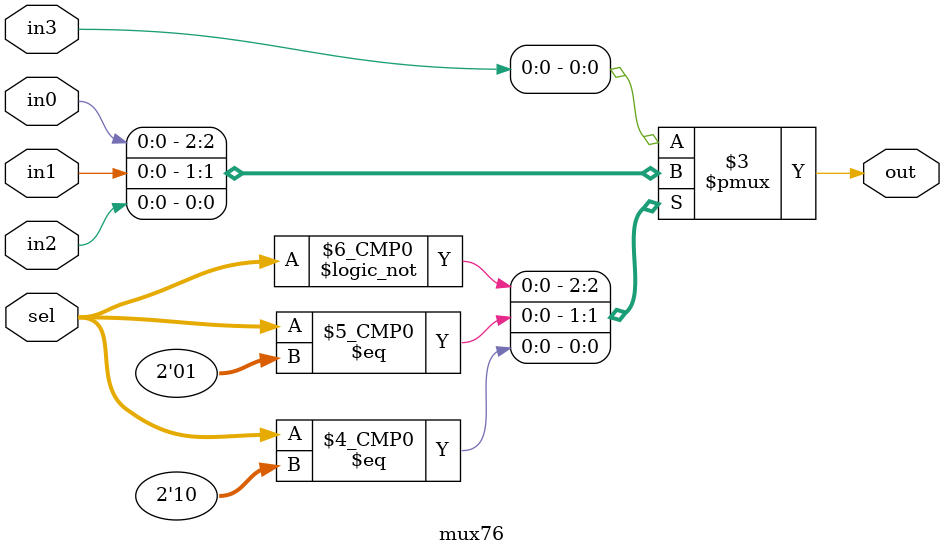
<source format=v>
module mux76(input [3:0] in0, in1, in2, in3,
                     input [1:0] sel,
                     output reg out);

    always @* begin
        case(sel)
            2'b00: out = in0;
            2'b01: out = in1;
            2'b10: out = in2;
            default out = in3;
        endcase
    end

endmodule

</source>
